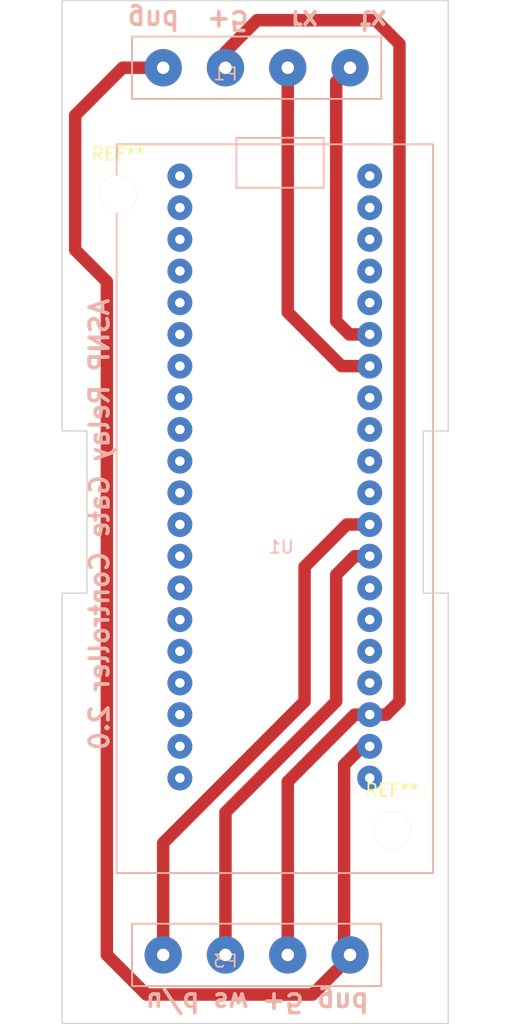
<source format=kicad_pcb>
(kicad_pcb (version 4) (host pcbnew 4.0.4-stable)

  (general
    (links 8)
    (no_connects 0)
    (area 243.442857 50.449999 284.557143 132.550001)
    (thickness 1.6)
    (drawings 15)
    (tracks 42)
    (zones 0)
    (modules 5)
    (nets 41)
  )

  (page A4)
  (layers
    (0 F.Cu signal)
    (31 B.Cu signal)
    (32 B.Adhes user)
    (33 F.Adhes user)
    (34 B.Paste user)
    (35 F.Paste user)
    (36 B.SilkS user)
    (37 F.SilkS user)
    (38 B.Mask user)
    (39 F.Mask user)
    (40 Dwgs.User user)
    (41 Cmts.User user)
    (42 Eco1.User user)
    (43 Eco2.User user)
    (44 Edge.Cuts user)
    (45 Margin user)
    (46 B.CrtYd user)
    (47 F.CrtYd user)
    (48 B.Fab user)
    (49 F.Fab user)
  )

  (setup
    (last_trace_width 0.25)
    (user_trace_width 1)
    (user_trace_width 2)
    (user_trace_width 4)
    (trace_clearance 0.2)
    (zone_clearance 0.508)
    (zone_45_only no)
    (trace_min 0.2)
    (segment_width 0.2)
    (edge_width 0.1)
    (via_size 0.6)
    (via_drill 0.4)
    (via_min_size 0.4)
    (via_min_drill 0.3)
    (user_via 2 1)
    (uvia_size 0.3)
    (uvia_drill 0.1)
    (uvias_allowed no)
    (uvia_min_size 0.2)
    (uvia_min_drill 0.1)
    (pcb_text_width 0.3)
    (pcb_text_size 1.5 1.5)
    (mod_edge_width 0.15)
    (mod_text_size 1 1)
    (mod_text_width 0.15)
    (pad_size 3 3)
    (pad_drill 3)
    (pad_to_mask_clearance 0)
    (aux_axis_origin 0 0)
    (visible_elements FFFFFF7F)
    (pcbplotparams
      (layerselection 0x01030_80000001)
      (usegerberextensions false)
      (excludeedgelayer true)
      (linewidth 0.100000)
      (plotframeref false)
      (viasonmask false)
      (mode 1)
      (useauxorigin false)
      (hpglpennumber 1)
      (hpglpenspeed 20)
      (hpglpendiameter 15)
      (hpglpenoverlay 2)
      (psnegative false)
      (psa4output false)
      (plotreference true)
      (plotvalue true)
      (plotinvisibletext false)
      (padsonsilk false)
      (subtractmaskfromsilk false)
      (outputformat 1)
      (mirror false)
      (drillshape 0)
      (scaleselection 1)
      (outputdirectory ""))
  )

  (net 0 "")
  (net 1 "Net-(P1-Pad2)")
  (net 2 "Net-(P1-Pad1)")
  (net 3 "Net-(P1-Pad4)")
  (net 4 "Net-(P1-Pad3)")
  (net 5 "Net-(P3-Pad3)")
  (net 6 "Net-(P3-Pad4)")
  (net 7 "Net-(U1-Pad1)")
  (net 8 "Net-(U1-Pad4)")
  (net 9 "Net-(U1-Pad5)")
  (net 10 "Net-(U1-Pad6)")
  (net 11 "Net-(U1-Pad7)")
  (net 12 "Net-(U1-Pad10)")
  (net 13 "Net-(U1-Pad11)")
  (net 14 "Net-(U1-Pad12)")
  (net 15 "Net-(U1-Pad13)")
  (net 16 "Net-(U1-Pad16)")
  (net 17 "Net-(U1-Pad17)")
  (net 18 "Net-(U1-Pad18)")
  (net 19 "Net-(U1-Pad19)")
  (net 20 "Net-(U1-Pad20)")
  (net 21 "Net-(U1-Pad21)")
  (net 22 "Net-(U1-Pad22)")
  (net 23 "Net-(U1-Pad23)")
  (net 24 "Net-(U1-Pad24)")
  (net 25 "Net-(U1-Pad25)")
  (net 26 "Net-(U1-Pad26)")
  (net 27 "Net-(U1-Pad27)")
  (net 28 "Net-(U1-Pad28)")
  (net 29 "Net-(U1-Pad29)")
  (net 30 "Net-(U1-Pad30)")
  (net 31 "Net-(U1-Pad31)")
  (net 32 "Net-(U1-Pad32)")
  (net 33 "Net-(U1-Pad33)")
  (net 34 "Net-(U1-Pad34)")
  (net 35 "Net-(U1-Pad35)")
  (net 36 "Net-(U1-Pad36)")
  (net 37 "Net-(U1-Pad37)")
  (net 38 "Net-(U1-Pad38)")
  (net 39 "Net-(U1-Pad39)")
  (net 40 "Net-(U1-Pad40)")

  (net_class Default "This is the default net class."
    (clearance 0.2)
    (trace_width 0.25)
    (via_dia 0.6)
    (via_drill 0.4)
    (uvia_dia 0.3)
    (uvia_drill 0.1)
    (add_net "Net-(P1-Pad1)")
    (add_net "Net-(P1-Pad2)")
    (add_net "Net-(P1-Pad3)")
    (add_net "Net-(P1-Pad4)")
    (add_net "Net-(P3-Pad3)")
    (add_net "Net-(P3-Pad4)")
    (add_net "Net-(U1-Pad1)")
    (add_net "Net-(U1-Pad10)")
    (add_net "Net-(U1-Pad11)")
    (add_net "Net-(U1-Pad12)")
    (add_net "Net-(U1-Pad13)")
    (add_net "Net-(U1-Pad16)")
    (add_net "Net-(U1-Pad17)")
    (add_net "Net-(U1-Pad18)")
    (add_net "Net-(U1-Pad19)")
    (add_net "Net-(U1-Pad20)")
    (add_net "Net-(U1-Pad21)")
    (add_net "Net-(U1-Pad22)")
    (add_net "Net-(U1-Pad23)")
    (add_net "Net-(U1-Pad24)")
    (add_net "Net-(U1-Pad25)")
    (add_net "Net-(U1-Pad26)")
    (add_net "Net-(U1-Pad27)")
    (add_net "Net-(U1-Pad28)")
    (add_net "Net-(U1-Pad29)")
    (add_net "Net-(U1-Pad30)")
    (add_net "Net-(U1-Pad31)")
    (add_net "Net-(U1-Pad32)")
    (add_net "Net-(U1-Pad33)")
    (add_net "Net-(U1-Pad34)")
    (add_net "Net-(U1-Pad35)")
    (add_net "Net-(U1-Pad36)")
    (add_net "Net-(U1-Pad37)")
    (add_net "Net-(U1-Pad38)")
    (add_net "Net-(U1-Pad39)")
    (add_net "Net-(U1-Pad4)")
    (add_net "Net-(U1-Pad40)")
    (add_net "Net-(U1-Pad5)")
    (add_net "Net-(U1-Pad6)")
    (add_net "Net-(U1-Pad7)")
  )

  (module SmartHouseLib:STM32_DISCOVERY (layer B.Cu) (tedit 5AF5E8EF) (tstamp 5DE0FE36)
    (at 260.5 92.5)
    (path /5B0C4D35)
    (fp_text reference U1 (at 5.6 1.8) (layer B.SilkS)
      (effects (font (size 1 1) (thickness 0.15)) (justify mirror))
    )
    (fp_text value STM32DISCOVERY (at 4.6 4.2) (layer B.Fab)
      (effects (font (size 1 1) (thickness 0.15)) (justify mirror))
    )
    (fp_line (start 2 -31) (end 2 -27) (layer B.SilkS) (width 0.15))
    (fp_line (start 2 -27) (end 9 -27) (layer B.SilkS) (width 0.15))
    (fp_line (start 9 -27) (end 9 -31) (layer B.SilkS) (width 0.15))
    (fp_line (start 9 -31) (end 2 -31) (layer B.SilkS) (width 0.15))
    (fp_line (start 17.78 -30.48) (end -7.62 -30.48) (layer B.SilkS) (width 0.15))
    (fp_line (start -7.62 -30.48) (end -7.62 27.94) (layer B.SilkS) (width 0.15))
    (fp_line (start -7.62 27.94) (end 17.78 27.94) (layer B.SilkS) (width 0.15))
    (fp_line (start 17.78 27.94) (end 17.78 -30.48) (layer B.SilkS) (width 0.15))
    (pad 1 thru_hole circle (at 12.7 20.32) (size 2 2) (drill 0.762) (layers *.Cu *.Mask)
      (net 7 "Net-(U1-Pad1)"))
    (pad 2 thru_hole circle (at 12.7 17.78) (size 2 2) (drill 0.762) (layers *.Cu *.Mask)
      (net 3 "Net-(P1-Pad4)"))
    (pad 3 thru_hole circle (at 12.7 15.24) (size 2 2) (drill 0.762) (layers *.Cu *.Mask)
      (net 4 "Net-(P1-Pad3)"))
    (pad 4 thru_hole circle (at 12.7 12.7) (size 2 2) (drill 0.762) (layers *.Cu *.Mask)
      (net 8 "Net-(U1-Pad4)"))
    (pad 5 thru_hole circle (at 12.7 10.16) (size 2 2) (drill 0.762) (layers *.Cu *.Mask)
      (net 9 "Net-(U1-Pad5)"))
    (pad 6 thru_hole circle (at 12.7 7.62) (size 2 2) (drill 0.762) (layers *.Cu *.Mask)
      (net 10 "Net-(U1-Pad6)"))
    (pad 7 thru_hole circle (at 12.7 5.08) (size 2 2) (drill 0.762) (layers *.Cu *.Mask)
      (net 11 "Net-(U1-Pad7)"))
    (pad 8 thru_hole circle (at 12.7 2.54) (size 2 2) (drill 0.762) (layers *.Cu *.Mask)
      (net 5 "Net-(P3-Pad3)"))
    (pad 9 thru_hole circle (at 12.7 0) (size 2 2) (drill 0.762) (layers *.Cu *.Mask)
      (net 6 "Net-(P3-Pad4)"))
    (pad 10 thru_hole circle (at 12.7 -2.54) (size 2 2) (drill 0.762) (layers *.Cu *.Mask)
      (net 12 "Net-(U1-Pad10)"))
    (pad 11 thru_hole circle (at 12.7 -5.08) (size 2 2) (drill 0.762) (layers *.Cu *.Mask)
      (net 13 "Net-(U1-Pad11)"))
    (pad 12 thru_hole circle (at 12.7 -7.62) (size 2 2) (drill 0.762) (layers *.Cu *.Mask)
      (net 14 "Net-(U1-Pad12)"))
    (pad 13 thru_hole circle (at 12.7 -10.16) (size 2 2) (drill 0.762) (layers *.Cu *.Mask)
      (net 15 "Net-(U1-Pad13)"))
    (pad 14 thru_hole circle (at 12.7 -12.7) (size 2 2) (drill 0.762) (layers *.Cu *.Mask)
      (net 1 "Net-(P1-Pad2)"))
    (pad 15 thru_hole circle (at 12.7 -15.24) (size 2 2) (drill 0.762) (layers *.Cu *.Mask)
      (net 2 "Net-(P1-Pad1)"))
    (pad 16 thru_hole circle (at 12.7 -17.78) (size 2 2) (drill 0.762) (layers *.Cu *.Mask)
      (net 16 "Net-(U1-Pad16)"))
    (pad 17 thru_hole circle (at 12.7 -20.32) (size 2 2) (drill 0.762) (layers *.Cu *.Mask)
      (net 17 "Net-(U1-Pad17)"))
    (pad 18 thru_hole circle (at 12.7 -22.86) (size 2 2) (drill 0.762) (layers *.Cu *.Mask)
      (net 18 "Net-(U1-Pad18)"))
    (pad 19 thru_hole circle (at 12.7 -25.4) (size 2 2) (drill 0.762) (layers *.Cu *.Mask)
      (net 19 "Net-(U1-Pad19)"))
    (pad 20 thru_hole circle (at 12.7 -27.94) (size 2 2) (drill 0.762) (layers *.Cu *.Mask)
      (net 20 "Net-(U1-Pad20)"))
    (pad 21 thru_hole circle (at -2.54 20.32) (size 2 2) (drill 0.762) (layers *.Cu *.Mask)
      (net 21 "Net-(U1-Pad21)"))
    (pad 22 thru_hole circle (at -2.54 17.78) (size 2 2) (drill 0.762) (layers *.Cu *.Mask)
      (net 22 "Net-(U1-Pad22)"))
    (pad 23 thru_hole circle (at -2.54 15.24) (size 2 2) (drill 0.762) (layers *.Cu *.Mask)
      (net 23 "Net-(U1-Pad23)"))
    (pad 24 thru_hole circle (at -2.54 12.7) (size 2 2) (drill 0.762) (layers *.Cu *.Mask)
      (net 24 "Net-(U1-Pad24)"))
    (pad 25 thru_hole circle (at -2.54 10.16) (size 2 2) (drill 0.762) (layers *.Cu *.Mask)
      (net 25 "Net-(U1-Pad25)"))
    (pad 26 thru_hole circle (at -2.54 7.62) (size 2 2) (drill 0.762) (layers *.Cu *.Mask)
      (net 26 "Net-(U1-Pad26)"))
    (pad 27 thru_hole circle (at -2.54 5.08) (size 2 2) (drill 0.762) (layers *.Cu *.Mask)
      (net 27 "Net-(U1-Pad27)"))
    (pad 28 thru_hole circle (at -2.54 2.54) (size 2 2) (drill 0.762) (layers *.Cu *.Mask)
      (net 28 "Net-(U1-Pad28)"))
    (pad 29 thru_hole circle (at -2.54 0) (size 2 2) (drill 0.762) (layers *.Cu *.Mask)
      (net 29 "Net-(U1-Pad29)"))
    (pad 30 thru_hole circle (at -2.54 -2.54) (size 2 2) (drill 0.762) (layers *.Cu *.Mask)
      (net 30 "Net-(U1-Pad30)"))
    (pad 31 thru_hole circle (at -2.54 -5.08) (size 2 2) (drill 0.762) (layers *.Cu *.Mask)
      (net 31 "Net-(U1-Pad31)"))
    (pad 32 thru_hole circle (at -2.54 -7.62) (size 2 2) (drill 0.762) (layers *.Cu *.Mask)
      (net 32 "Net-(U1-Pad32)"))
    (pad 33 thru_hole circle (at -2.54 -10.16) (size 2 2) (drill 0.762) (layers *.Cu *.Mask)
      (net 33 "Net-(U1-Pad33)"))
    (pad 34 thru_hole circle (at -2.54 -12.7) (size 2 2) (drill 0.762) (layers *.Cu *.Mask)
      (net 34 "Net-(U1-Pad34)"))
    (pad 35 thru_hole circle (at -2.54 -15.24) (size 2 2) (drill 0.762) (layers *.Cu *.Mask)
      (net 35 "Net-(U1-Pad35)"))
    (pad 36 thru_hole circle (at -2.54 -17.78) (size 2 2) (drill 0.762) (layers *.Cu *.Mask)
      (net 36 "Net-(U1-Pad36)"))
    (pad 37 thru_hole circle (at -2.54 -20.32) (size 2 2) (drill 0.762) (layers *.Cu *.Mask)
      (net 37 "Net-(U1-Pad37)"))
    (pad 38 thru_hole circle (at -2.54 -22.86) (size 2 2) (drill 0.762) (layers *.Cu *.Mask)
      (net 38 "Net-(U1-Pad38)"))
    (pad 39 thru_hole circle (at -2.54 -25.4) (size 2 2) (drill 0.762) (layers *.Cu *.Mask)
      (net 39 "Net-(U1-Pad39)"))
    (pad 40 thru_hole circle (at -2.54 -27.94) (size 2 2) (drill 0.762) (layers *.Cu *.Mask)
      (net 40 "Net-(U1-Pad40)"))
  )

  (module Mounting_Holes:MountingHole_2.2mm_M2 (layer F.Cu) (tedit 5DE222DD) (tstamp 5DD565EB)
    (at 253 66)
    (descr "Mounting Hole 2.2mm, no annular, M2")
    (tags "mounting hole 2.2mm no annular m2")
    (attr virtual)
    (fp_text reference REF** (at 0 -3.2) (layer F.SilkS)
      (effects (font (size 1 1) (thickness 0.15)))
    )
    (fp_text value MountingHole_2.2mm_M2 (at 0 3.2) (layer F.Fab)
      (effects (font (size 1 1) (thickness 0.15)))
    )
    (fp_text user %R (at 0.3 0) (layer F.Fab)
      (effects (font (size 1 1) (thickness 0.15)))
    )
    (fp_circle (center 0 0) (end 2.2 0) (layer Cmts.User) (width 0.15))
    (fp_circle (center 0 0) (end 2.45 0) (layer F.CrtYd) (width 0.05))
    (pad 1 thru_hole circle (at 0 0) (size 3 3) (drill 3) (layers *.Cu *.Mask))
  )

  (module Mounting_Holes:MountingHole_2.2mm_M2 (layer F.Cu) (tedit 5DE222E4) (tstamp 5DD56611)
    (at 275 117)
    (descr "Mounting Hole 2.2mm, no annular, M2")
    (tags "mounting hole 2.2mm no annular m2")
    (attr virtual)
    (fp_text reference REF** (at 0 -3.2) (layer F.SilkS)
      (effects (font (size 1 1) (thickness 0.15)))
    )
    (fp_text value MountingHole_2.2mm_M2 (at 0 3.2) (layer F.Fab)
      (effects (font (size 1 1) (thickness 0.15)))
    )
    (fp_text user %R (at 0.3 0) (layer F.Fab)
      (effects (font (size 1 1) (thickness 0.15)))
    )
    (fp_circle (center 0 0) (end 2.2 0) (layer Cmts.User) (width 0.15))
    (fp_circle (center 0 0) (end 2.45 0) (layer F.CrtYd) (width 0.05))
    (pad 1 thru_hole circle (at 0 0) (size 3 3) (drill 3) (layers *.Cu *.Mask))
  )

  (module SmartHouseLib:CONN_4_5mm (layer B.Cu) (tedit 59BC2AF7) (tstamp 5DE0FDF6)
    (at 261.62 55.88 180)
    (path /5DE10C6F)
    (fp_text reference P1 (at 0 -0.5 180) (layer B.SilkS)
      (effects (font (size 1 1) (thickness 0.15)) (justify mirror))
    )
    (fp_text value TX_RX_5V_GND (at 0 0.5 180) (layer B.Fab)
      (effects (font (size 1 1) (thickness 0.15)) (justify mirror))
    )
    (fp_line (start -12.5 2.5) (end 7.5 2.5) (layer B.SilkS) (width 0.15))
    (fp_line (start 7.5 2.5) (end 7.5 -2.5) (layer B.SilkS) (width 0.15))
    (fp_line (start 7.5 -2.5) (end -12.5 -2.5) (layer B.SilkS) (width 0.15))
    (fp_line (start -12.5 -2.5) (end -12.5 2.5) (layer B.SilkS) (width 0.15))
    (pad 1 thru_hole circle (at -10 0 180) (size 3 3) (drill 1) (layers *.Cu *.Mask)
      (net 2 "Net-(P1-Pad1)"))
    (pad 2 thru_hole circle (at -5 0 180) (size 3 3) (drill 1) (layers *.Cu *.Mask)
      (net 1 "Net-(P1-Pad2)"))
    (pad 3 thru_hole circle (at 0 0 180) (size 3 3) (drill 1) (layers *.Cu *.Mask)
      (net 4 "Net-(P1-Pad3)"))
    (pad 4 thru_hole circle (at 5 0 180) (size 3 3) (drill 1) (layers *.Cu *.Mask)
      (net 3 "Net-(P1-Pad4)"))
  )

  (module SmartHouseLib:CONN_4_5mm (layer B.Cu) (tedit 59BC2AF7) (tstamp 5DE0FE02)
    (at 261.62 127 180)
    (path /5DE0F684)
    (fp_text reference P3 (at 0 -0.5 180) (layer B.SilkS)
      (effects (font (size 1 1) (thickness 0.15)) (justify mirror))
    )
    (fp_text value UPDOWN_ONOFF_5V_GND (at 0 0.5 180) (layer B.Fab)
      (effects (font (size 1 1) (thickness 0.15)) (justify mirror))
    )
    (fp_line (start -12.5 2.5) (end 7.5 2.5) (layer B.SilkS) (width 0.15))
    (fp_line (start 7.5 2.5) (end 7.5 -2.5) (layer B.SilkS) (width 0.15))
    (fp_line (start 7.5 -2.5) (end -12.5 -2.5) (layer B.SilkS) (width 0.15))
    (fp_line (start -12.5 -2.5) (end -12.5 2.5) (layer B.SilkS) (width 0.15))
    (pad 1 thru_hole circle (at -10 0 180) (size 3 3) (drill 1) (layers *.Cu *.Mask)
      (net 3 "Net-(P1-Pad4)"))
    (pad 2 thru_hole circle (at -5 0 180) (size 3 3) (drill 1) (layers *.Cu *.Mask)
      (net 4 "Net-(P1-Pad3)"))
    (pad 3 thru_hole circle (at 0 0 180) (size 3 3) (drill 1) (layers *.Cu *.Mask)
      (net 5 "Net-(P3-Pad3)"))
    (pad 4 thru_hole circle (at 5 0 180) (size 3 3) (drill 1) (layers *.Cu *.Mask)
      (net 6 "Net-(P3-Pad4)"))
  )

  (gr_line (start 277.5 85) (end 279.5 85) (angle 90) (layer Edge.Cuts) (width 0.1))
  (gr_line (start 277.5 98) (end 277.5 85) (angle 90) (layer Edge.Cuts) (width 0.1))
  (gr_line (start 279.5 98) (end 277.5 98) (angle 90) (layer Edge.Cuts) (width 0.1))
  (gr_line (start 250.5 98) (end 248.5 98) (angle 90) (layer Edge.Cuts) (width 0.1))
  (gr_line (start 250.5 85) (end 250.5 98) (angle 90) (layer Edge.Cuts) (width 0.1))
  (gr_line (start 248.5 85) (end 250.5 85) (angle 90) (layer Edge.Cuts) (width 0.1))
  (gr_line (start 248.5 50.5) (end 248.5 85) (angle 90) (layer Edge.Cuts) (width 0.1))
  (gr_line (start 279.5 85) (end 279.5 50.5) (angle 90) (layer Edge.Cuts) (width 0.1))
  (gr_line (start 279.5 132.5) (end 279.5 98) (angle 90) (layer Edge.Cuts) (width 0.1))
  (gr_line (start 248.5 98) (end 248.5 132.5) (angle 90) (layer Edge.Cuts) (width 0.1))
  (gr_text "ASNP Relay Gate Controller 2.0" (at 251.5 92.5 90) (layer B.SilkS)
    (effects (font (size 1.5 1.5) (thickness 0.3)) (justify mirror))
  )
  (gr_text "gnd  +5   rx   tx" (at 264.16 52.07 180) (layer B.SilkS)
    (effects (font (size 1.5 1.5) (thickness 0.3)) (justify mirror))
  )
  (gr_text "u/d sw +5 gnd" (at 264.16 130.81 180) (layer B.SilkS)
    (effects (font (size 1.5 1.5) (thickness 0.3)) (justify mirror))
  )
  (gr_line (start 279.5 132.5) (end 248.5 132.5) (angle 90) (layer Edge.Cuts) (width 0.1))
  (gr_line (start 248.5 50.5) (end 279.5 50.5) (angle 90) (layer Edge.Cuts) (width 0.1))

  (segment (start 273.2 79.8) (end 270.935 79.8) (width 1) (layer F.Cu) (net 1))
  (segment (start 266.62 75.485) (end 266.62 55.88) (width 1) (layer F.Cu) (net 1) (tstamp 5DE1476C))
  (segment (start 270.935 79.8) (end 266.62 75.485) (width 1) (layer F.Cu) (net 1) (tstamp 5DE1476A))
  (segment (start 273.2 77.26) (end 271.57 77.26) (width 1) (layer F.Cu) (net 2))
  (segment (start 270.51 56.99) (end 271.62 55.88) (width 1) (layer F.Cu) (net 2) (tstamp 5DE14767))
  (segment (start 270.51 76.2) (end 270.51 56.99) (width 1) (layer F.Cu) (net 2) (tstamp 5DE14766))
  (segment (start 271.57 77.26) (end 270.51 76.2) (width 1) (layer F.Cu) (net 2) (tstamp 5DE14764))
  (segment (start 271.62 127) (end 271.62 127.16) (width 1) (layer F.Cu) (net 3))
  (segment (start 271.62 127.16) (end 268.605 130.175) (width 1) (layer F.Cu) (net 3) (tstamp 5DE1477A))
  (segment (start 253.365 55.88) (end 256.62 55.88) (width 1) (layer F.Cu) (net 3) (tstamp 5DE14785))
  (segment (start 249.555 59.69) (end 253.365 55.88) (width 1) (layer F.Cu) (net 3) (tstamp 5DE14784))
  (segment (start 249.555 70.485) (end 249.555 59.69) (width 1) (layer F.Cu) (net 3) (tstamp 5DE14783))
  (segment (start 252.095 73.025) (end 249.555 70.485) (width 1) (layer F.Cu) (net 3) (tstamp 5DE14780))
  (segment (start 252.095 127) (end 252.095 73.025) (width 1) (layer F.Cu) (net 3) (tstamp 5DE1477D))
  (segment (start 255.27 130.175) (end 252.095 127) (width 1) (layer F.Cu) (net 3) (tstamp 5DE1477C))
  (segment (start 268.605 130.175) (end 255.27 130.175) (width 1) (layer F.Cu) (net 3) (tstamp 5DE1477B))
  (segment (start 273.2 110.28) (end 272.625 110.28) (width 1) (layer F.Cu) (net 3))
  (segment (start 272.625 110.28) (end 271.145 111.76) (width 1) (layer F.Cu) (net 3) (tstamp 5DE1473C))
  (segment (start 271.145 111.76) (end 271.145 126.525) (width 1) (layer F.Cu) (net 3) (tstamp 5DE1473D))
  (segment (start 271.145 126.525) (end 271.62 127) (width 1) (layer F.Cu) (net 3) (tstamp 5DE1473E))
  (segment (start 256.62 55.88) (end 256.62 55.96) (width 1) (layer F.Cu) (net 3))
  (segment (start 261.62 55.88) (end 261.62 54.61) (width 1) (layer F.Cu) (net 4))
  (segment (start 261.62 54.61) (end 264.16 52.07) (width 1) (layer F.Cu) (net 4) (tstamp 5DE14788))
  (segment (start 264.16 52.07) (end 273.685 52.07) (width 1) (layer F.Cu) (net 4) (tstamp 5DE14789))
  (segment (start 273.685 52.07) (end 275.59 53.975) (width 1) (layer F.Cu) (net 4) (tstamp 5DE1478A))
  (segment (start 275.59 53.975) (end 275.59 106.68) (width 1) (layer F.Cu) (net 4) (tstamp 5DE1478B))
  (segment (start 275.59 106.68) (end 274.53 107.74) (width 1) (layer F.Cu) (net 4) (tstamp 5DE1478C))
  (segment (start 274.53 107.74) (end 273.2 107.74) (width 1) (layer F.Cu) (net 4) (tstamp 5DE14790))
  (segment (start 266.62 127) (end 266.62 113.11) (width 1) (layer F.Cu) (net 4))
  (segment (start 271.99 107.74) (end 273.2 107.74) (width 1) (layer F.Cu) (net 4) (tstamp 5DE14744))
  (segment (start 266.62 113.11) (end 271.99 107.74) (width 1) (layer F.Cu) (net 4) (tstamp 5DE14741))
  (segment (start 266.62 127) (end 266.62 125.81) (width 1) (layer F.Cu) (net 4))
  (segment (start 261.62 127) (end 261.62 115.57) (width 1) (layer F.Cu) (net 5))
  (segment (start 271.99 95.04) (end 273.2 95.04) (width 1) (layer F.Cu) (net 5) (tstamp 5DE1474F))
  (segment (start 270.51 96.52) (end 271.99 95.04) (width 1) (layer F.Cu) (net 5) (tstamp 5DE1474E))
  (segment (start 270.51 106.68) (end 270.51 96.52) (width 1) (layer F.Cu) (net 5) (tstamp 5DE1474A))
  (segment (start 261.62 115.57) (end 270.51 106.68) (width 1) (layer F.Cu) (net 5) (tstamp 5DE14747))
  (segment (start 256.62 127) (end 256.62 118.03) (width 1) (layer F.Cu) (net 6))
  (segment (start 271.355 92.5) (end 273.2 92.5) (width 1) (layer F.Cu) (net 6) (tstamp 5DE1475A))
  (segment (start 267.97 95.885) (end 271.355 92.5) (width 1) (layer F.Cu) (net 6) (tstamp 5DE14759))
  (segment (start 267.97 106.68) (end 267.97 95.885) (width 1) (layer F.Cu) (net 6) (tstamp 5DE14756))
  (segment (start 256.62 118.03) (end 267.97 106.68) (width 1) (layer F.Cu) (net 6) (tstamp 5DE14752))

)

</source>
